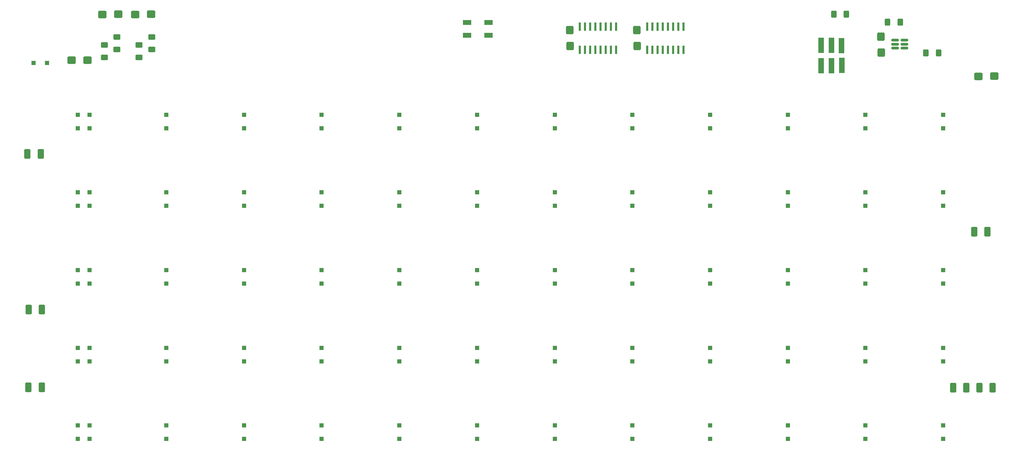
<source format=gtp>
G04 #@! TF.GenerationSoftware,KiCad,Pcbnew,9.0.2*
G04 #@! TF.CreationDate,2025-07-13T16:57:08+05:30*
G04 #@! TF.ProjectId,pcb,7063622e-6b69-4636-9164-5f7063625858,rev?*
G04 #@! TF.SameCoordinates,Original*
G04 #@! TF.FileFunction,Paste,Top*
G04 #@! TF.FilePolarity,Positive*
%FSLAX46Y46*%
G04 Gerber Fmt 4.6, Leading zero omitted, Abs format (unit mm)*
G04 Created by KiCad (PCBNEW 9.0.2) date 2025-07-13 16:57:08*
%MOMM*%
%LPD*%
G01*
G04 APERTURE LIST*
G04 Aperture macros list*
%AMRoundRect*
0 Rectangle with rounded corners*
0 $1 Rounding radius*
0 $2 $3 $4 $5 $6 $7 $8 $9 X,Y pos of 4 corners*
0 Add a 4 corners polygon primitive as box body*
4,1,4,$2,$3,$4,$5,$6,$7,$8,$9,$2,$3,0*
0 Add four circle primitives for the rounded corners*
1,1,$1+$1,$2,$3*
1,1,$1+$1,$4,$5*
1,1,$1+$1,$6,$7*
1,1,$1+$1,$8,$9*
0 Add four rect primitives between the rounded corners*
20,1,$1+$1,$2,$3,$4,$5,0*
20,1,$1+$1,$4,$5,$6,$7,0*
20,1,$1+$1,$6,$7,$8,$9,0*
20,1,$1+$1,$8,$9,$2,$3,0*%
G04 Aperture macros list end*
%ADD10R,2.000000X1.250000*%
%ADD11R,1.350000X3.800000*%
%ADD12R,0.600000X2.000000*%
%ADD13RoundRect,0.150000X-0.762500X-0.150000X0.762500X-0.150000X0.762500X0.150000X-0.762500X0.150000X0*%
%ADD14RoundRect,0.250000X0.300000X-0.300000X0.300000X0.300000X-0.300000X0.300000X-0.300000X-0.300000X0*%
%ADD15RoundRect,0.250000X-0.300000X-0.300000X0.300000X-0.300000X0.300000X0.300000X-0.300000X0.300000X0*%
%ADD16RoundRect,0.250001X0.499999X0.924999X-0.499999X0.924999X-0.499999X-0.924999X0.499999X-0.924999X0*%
%ADD17RoundRect,0.339622X-0.710378X-0.560378X0.710378X-0.560378X0.710378X0.560378X-0.710378X0.560378X0*%
%ADD18RoundRect,0.250001X-0.499999X-0.924999X0.499999X-0.924999X0.499999X0.924999X-0.499999X0.924999X0*%
%ADD19RoundRect,0.250000X0.625000X-0.400000X0.625000X0.400000X-0.625000X0.400000X-0.625000X-0.400000X0*%
%ADD20RoundRect,0.250000X-0.400000X-0.625000X0.400000X-0.625000X0.400000X0.625000X-0.400000X0.625000X0*%
%ADD21RoundRect,0.339622X-0.560378X0.710378X-0.560378X-0.710378X0.560378X-0.710378X0.560378X0.710378X0*%
%ADD22RoundRect,0.339622X0.560378X-0.710378X0.560378X0.710378X-0.560378X0.710378X-0.560378X-0.710378X0*%
%ADD23RoundRect,0.339622X0.710378X0.560378X-0.710378X0.560378X-0.710378X-0.560378X0.710378X-0.560378X0*%
G04 APERTURE END LIST*
D10*
X140735000Y-47530000D03*
X135485000Y-47530000D03*
X140735000Y-44330000D03*
X135485000Y-44330000D03*
D11*
X227260000Y-54860000D03*
X227240000Y-50060000D03*
X224752500Y-54950000D03*
X224752500Y-49950000D03*
X222252500Y-54950000D03*
X222252500Y-49950000D03*
D12*
X188492380Y-45416200D03*
X187222380Y-45416200D03*
X185952380Y-45416200D03*
X184682380Y-45416200D03*
X183412380Y-45416200D03*
X182142380Y-45416200D03*
X180872380Y-45416200D03*
X179602380Y-45416200D03*
X179602380Y-51016200D03*
X180872380Y-51016200D03*
X182142380Y-51016200D03*
X183412380Y-51016200D03*
X184682380Y-51016200D03*
X185952380Y-51016200D03*
X187222380Y-51016200D03*
X188492380Y-51016200D03*
X172028690Y-45416200D03*
X170758690Y-45416200D03*
X169488690Y-45416200D03*
X168218690Y-45416200D03*
X166948690Y-45416200D03*
X165678690Y-45416200D03*
X164408690Y-45416200D03*
X163138690Y-45416200D03*
X163138690Y-51016200D03*
X164408690Y-51016200D03*
X165678690Y-51016200D03*
X166948690Y-51016200D03*
X168218690Y-51016200D03*
X169488690Y-51016200D03*
X170758690Y-51016200D03*
X172028690Y-51016200D03*
D13*
X240370000Y-48710000D03*
X240370000Y-49660000D03*
X240370000Y-50610000D03*
X242645000Y-50610000D03*
X242645000Y-49660000D03*
X242645000Y-48710000D03*
D14*
X40160500Y-70230000D03*
X40160500Y-66930000D03*
X43035500Y-89255000D03*
X43035500Y-85955000D03*
X43035500Y-108280000D03*
X43035500Y-104980000D03*
X43035500Y-127305000D03*
X43035500Y-124005000D03*
X43035500Y-146330000D03*
X43035500Y-143030000D03*
X43035500Y-70230000D03*
X43035500Y-66930000D03*
X61860500Y-89255000D03*
X61860500Y-85955000D03*
X61860500Y-108280000D03*
X61860500Y-104980000D03*
X61860500Y-127305000D03*
X61860500Y-124005000D03*
X61860500Y-146330000D03*
X61860500Y-143030000D03*
X61860500Y-70230000D03*
X61860500Y-66930000D03*
X80885500Y-89255000D03*
X80885500Y-85955000D03*
X80885500Y-108280000D03*
X80885500Y-104980000D03*
X80885500Y-127305000D03*
X80885500Y-124005000D03*
X80885500Y-146330000D03*
X80885500Y-143030000D03*
X80885500Y-70230000D03*
X80885500Y-66930000D03*
X99910500Y-89255000D03*
X99910500Y-85955000D03*
X99910500Y-108280000D03*
X99910500Y-104980000D03*
X99910500Y-127305000D03*
X99910500Y-124005000D03*
X99910500Y-146330000D03*
X99910500Y-143030000D03*
X99910500Y-70230000D03*
X99910500Y-66930000D03*
X118935500Y-89255000D03*
X118935500Y-85955000D03*
X118935500Y-108280000D03*
X118935500Y-104980000D03*
X118935500Y-127305000D03*
X118935500Y-124005000D03*
X118935500Y-146330000D03*
X118935500Y-143030000D03*
X118935500Y-70230000D03*
X118935500Y-66930000D03*
X137960500Y-89255000D03*
X137960500Y-85955000D03*
X137960500Y-108280000D03*
X137960500Y-104980000D03*
X137960500Y-127305000D03*
X137960500Y-124005000D03*
X137960500Y-146330000D03*
X137960500Y-143030000D03*
X137960500Y-70230000D03*
X137960500Y-66930000D03*
X156985500Y-89255000D03*
X156985500Y-85955000D03*
X156985500Y-108280000D03*
X156985500Y-104980000D03*
X156985500Y-127305000D03*
X156985500Y-124005000D03*
X156985500Y-146330000D03*
X156985500Y-143030000D03*
X156985500Y-70230000D03*
X156985500Y-66930000D03*
X176010500Y-89255000D03*
X176010500Y-85955000D03*
X176010500Y-108280000D03*
X176010500Y-104980000D03*
X176010500Y-127305000D03*
X176010500Y-124005000D03*
X176010500Y-146330000D03*
X176010500Y-143030000D03*
X176010500Y-70230000D03*
X176010500Y-66930000D03*
X195035500Y-89255000D03*
X195035500Y-85955000D03*
X195035500Y-108280000D03*
X195035500Y-104980000D03*
X195035500Y-127305000D03*
X195035500Y-124005000D03*
X195035500Y-146330000D03*
X195035500Y-143030000D03*
X195035500Y-70230000D03*
X195035500Y-66930000D03*
X214060500Y-89255000D03*
X214060500Y-85955000D03*
X214060500Y-108280000D03*
X214060500Y-104980000D03*
X214060500Y-127305000D03*
X214060500Y-124005000D03*
X214060500Y-146330000D03*
X214060500Y-143030000D03*
X214060500Y-70230000D03*
X214060500Y-66930000D03*
X233085500Y-89255000D03*
X233085500Y-85955000D03*
X233085500Y-108280000D03*
X233085500Y-104980000D03*
X233085500Y-127305000D03*
X233085500Y-124005000D03*
X233085500Y-146330000D03*
X233085500Y-143030000D03*
X233085500Y-70230000D03*
X233085500Y-66930000D03*
X252110500Y-89255000D03*
X252110500Y-85955000D03*
X252110500Y-108280000D03*
X252110500Y-104980000D03*
X252110500Y-127305000D03*
X252110500Y-124005000D03*
X252110500Y-146330000D03*
X252110500Y-143030000D03*
X252110500Y-70230000D03*
X252110500Y-66930000D03*
X40160500Y-127305000D03*
X40160500Y-124005000D03*
X40160500Y-146330000D03*
X40160500Y-143030000D03*
D15*
X29310000Y-54260000D03*
X32610000Y-54260000D03*
D14*
X40160500Y-108280000D03*
X40160500Y-104980000D03*
D16*
X31095000Y-76560000D03*
X27845000Y-76560000D03*
D17*
X54240000Y-42415000D03*
X58140000Y-42365000D03*
D18*
X254525000Y-133730000D03*
X257775000Y-133730000D03*
D19*
X58260000Y-50990000D03*
X58260000Y-47890000D03*
X46660000Y-52930000D03*
X46660000Y-49830000D03*
D17*
X260750000Y-57565000D03*
X264650000Y-57515000D03*
D20*
X247880000Y-51800000D03*
X250980000Y-51800000D03*
X225330000Y-42340000D03*
X228430000Y-42340000D03*
D18*
X260985000Y-133730000D03*
X264235000Y-133730000D03*
D21*
X160673690Y-46215000D03*
X160723690Y-50115000D03*
D18*
X28095000Y-133650000D03*
X31345000Y-133650000D03*
D22*
X236935000Y-51690000D03*
X236885000Y-47790000D03*
D19*
X49710000Y-50990000D03*
X49710000Y-47890000D03*
X55150000Y-52930000D03*
X55150000Y-49830000D03*
D20*
X238470000Y-44300000D03*
X241570000Y-44300000D03*
D16*
X31365000Y-114620000D03*
X28115000Y-114620000D03*
D18*
X259720000Y-95580000D03*
X262970000Y-95580000D03*
D21*
X177113690Y-46215000D03*
X177163690Y-50115000D03*
D23*
X50100000Y-42365000D03*
X46200000Y-42415000D03*
D14*
X40160500Y-89255000D03*
X40160500Y-85955000D03*
D23*
X42520000Y-53555000D03*
X38620000Y-53605000D03*
M02*

</source>
